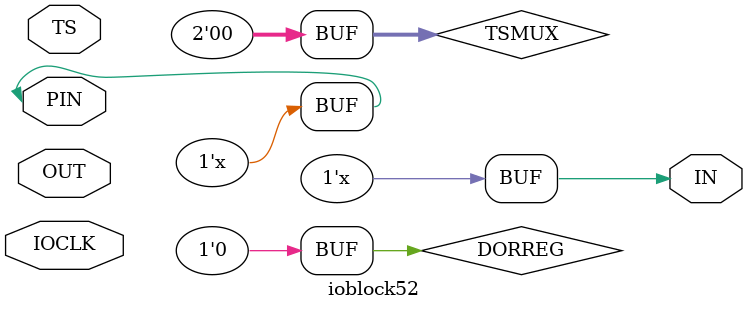
<source format=v>
module ioblock52(
	       inout  PIN,
	       input  TS,
	       input  OUT,
	       output IN,
	       input IOCLK
	       );
   
   reg 		     D;
   reg [2-1:0] 	     TSMUX;
   reg 		     DORREG;

   assign PIN = ( TSMUX == 2'b00 ) ? 1'bz : (( TSMUX == 2'b01 && TS == 1'b1 ) ? OUT : (( TSMUX == 2'b01 && TS == 1'b0 ) ? 1'bz : OUT));
   assign IN  = ( DORREG == 1'b0 ) ? PIN  : D;
   
   initial
     begin
	D=1'b0;
	TSMUX=2'b00;
	DORREG=1'b0;
     end
   
   always @(posedge IOCLK) D=PIN;
   
endmodule       

</source>
